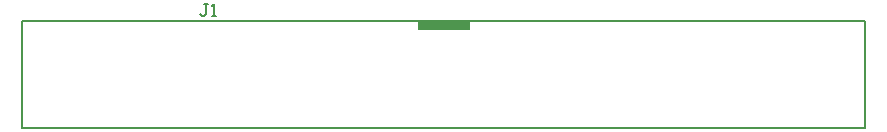
<source format=gto>
G04*
G04 #@! TF.GenerationSoftware,Altium Limited,Altium Designer,20.2.6 (244)*
G04*
G04 Layer_Color=65535*
%FSAX24Y24*%
%MOIN*%
G70*
G04*
G04 #@! TF.SameCoordinates,CB3CE92A-2C73-40AF-8568-92EE87018610*
G04*
G04*
G04 #@! TF.FilePolarity,Positive*
G04*
G01*
G75*
%ADD10C,0.0079*%
%ADD11C,0.0080*%
%ADD12R,0.1772X0.0315*%
D10*
X244445Y127443D02*
Y130987D01*
Y127443D02*
X272539D01*
Y130987D01*
X244445D02*
X272539D01*
D11*
X250639Y131565D02*
X250506D01*
X250572D01*
Y131232D01*
X250506Y131165D01*
X250439D01*
X250372Y131232D01*
X250772Y131165D02*
X250906D01*
X250839D01*
Y131565D01*
X250772Y131498D01*
D12*
X258492Y130829D02*
D03*
M02*

</source>
